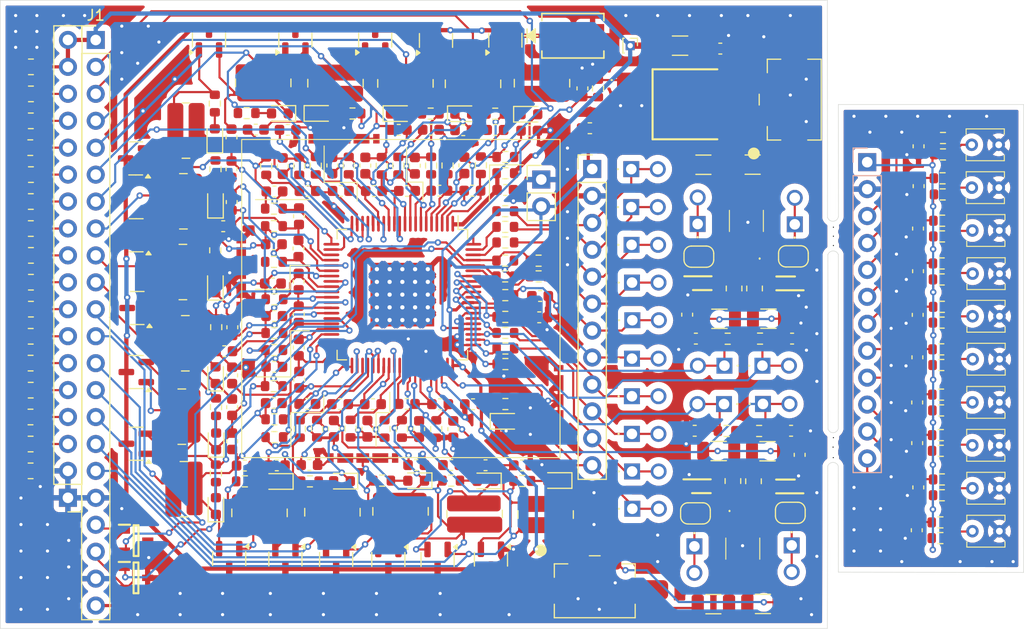
<source format=kicad_pcb>
(kicad_pcb
	(version 20240108)
	(generator "pcbnew")
	(generator_version "8.0")
	(general
		(thickness 1.6)
		(legacy_teardrops no)
	)
	(paper "A4")
	(layers
		(0 "F.Cu" signal)
		(1 "In1.Cu" signal)
		(2 "In2.Cu" signal)
		(31 "B.Cu" signal)
		(32 "B.Adhes" user "B.Adhesive")
		(33 "F.Adhes" user "F.Adhesive")
		(34 "B.Paste" user)
		(35 "F.Paste" user)
		(36 "B.SilkS" user "B.Silkscreen")
		(37 "F.SilkS" user "F.Silkscreen")
		(38 "B.Mask" user)
		(39 "F.Mask" user)
		(40 "Dwgs.User" user "User.Drawings")
		(41 "Cmts.User" user "User.Comments")
		(42 "Eco1.User" user "User.Eco1")
		(43 "Eco2.User" user "User.Eco2")
		(44 "Edge.Cuts" user)
		(45 "Margin" user)
		(46 "B.CrtYd" user "B.Courtyard")
		(47 "F.CrtYd" user "F.Courtyard")
		(48 "B.Fab" user)
		(49 "F.Fab" user)
		(50 "User.1" user)
		(51 "User.2" user)
		(52 "User.3" user)
		(53 "User.4" user)
		(54 "User.5" user)
		(55 "User.6" user)
		(56 "User.7" user)
		(57 "User.8" user)
		(58 "User.9" user)
	)
	(setup
		(stackup
			(layer "F.SilkS"
				(type "Top Silk Screen")
			)
			(layer "F.Paste"
				(type "Top Solder Paste")
			)
			(layer "F.Mask"
				(type "Top Solder Mask")
				(thickness 0.01)
			)
			(layer "F.Cu"
				(type "copper")
				(thickness 0.035)
			)
			(layer "dielectric 1"
				(type "prepreg")
				(thickness 0.1)
				(material "FR4")
				(epsilon_r 4.5)
				(loss_tangent 0.02)
			)
			(layer "In1.Cu"
				(type "copper")
				(thickness 0.035)
			)
			(layer "dielectric 2"
				(type "core")
				(thickness 1.24)
				(material "FR4")
				(epsilon_r 4.5)
				(loss_tangent 0.02)
			)
			(layer "In2.Cu"
				(type "copper")
				(thickness 0.035)
			)
			(layer "dielectric 3"
				(type "prepreg")
				(thickness 0.1)
				(material "FR4")
				(epsilon_r 4.5)
				(loss_tangent 0.02)
			)
			(layer "B.Cu"
				(type "copper")
				(thickness 0.035)
			)
			(layer "B.Mask"
				(type "Bottom Solder Mask")
				(thickness 0.01)
			)
			(layer "B.Paste"
				(type "Bottom Solder Paste")
			)
			(layer "B.SilkS"
				(type "Bottom Silk Screen")
			)
			(copper_finish "None")
			(dielectric_constraints no)
		)
		(pad_to_mask_clearance 0)
		(allow_soldermask_bridges_in_footprints no)
		(pcbplotparams
			(layerselection 0x00010fc_ffffffff)
			(plot_on_all_layers_selection 0x0000000_00000000)
			(disableapertmacros no)
			(usegerberextensions no)
			(usegerberattributes yes)
			(usegerberadvancedattributes yes)
			(creategerberjobfile yes)
			(dashed_line_dash_ratio 12.000000)
			(dashed_line_gap_ratio 3.000000)
			(svgprecision 4)
			(plotframeref no)
			(viasonmask no)
			(mode 1)
			(useauxorigin no)
			(hpglpennumber 1)
			(hpglpenspeed 20)
			(hpglpendiameter 15.000000)
			(pdf_front_fp_property_popups yes)
			(pdf_back_fp_property_popups yes)
			(dxfpolygonmode yes)
			(dxfimperialunits yes)
			(dxfusepcbnewfont yes)
			(psnegative no)
			(psa4output no)
			(plotreference yes)
			(plotvalue yes)
			(plotfptext yes)
			(plotinvisibletext no)
			(sketchpadsonfab no)
			(subtractmaskfromsilk no)
			(outputformat 1)
			(mirror no)
			(drillshape 0)
			(scaleselection 1)
			(outputdirectory "gerber/")
		)
	)
	(net 0 "")
	(net 1 "/FilterBalancingNetwork/CB")
	(net 2 "/FilterBalancingNetwork/CB:A")
	(net 3 "/FilterBalancingNetwork/CA")
	(net 4 "/Cell 15{slash}16")
	(net 5 "/S16P")
	(net 6 "/Cell 15{slash}14")
	(net 7 "/S15P")
	(net 8 "/FilterBalancingNetwork1/CB:A")
	(net 9 "/FilterBalancingNetwork1/CB")
	(net 10 "/FilterBalancingNetwork1/CA")
	(net 11 "/Cell 14{slash}13")
	(net 12 "/S14P")
	(net 13 "/Cell 13{slash}12")
	(net 14 "/S13P")
	(net 15 "/FilterBalancingNetwork2/CB:A")
	(net 16 "/FilterBalancingNetwork2/CB")
	(net 17 "/FilterBalancingNetwork2/CA")
	(net 18 "/Cell 12{slash}11")
	(net 19 "/S12P")
	(net 20 "/S11P")
	(net 21 "/Cell 11{slash}10")
	(net 22 "/FilterBalancingNetwork3/CB:A")
	(net 23 "/FilterBalancingNetwork3/CB")
	(net 24 "/FilterBalancingNetwork3/CA")
	(net 25 "/S10P")
	(net 26 "/Cell 10{slash}9")
	(net 27 "/S9P")
	(net 28 "/Cell 9{slash}8")
	(net 29 "/FilterBalancingNetwork4/CB:A")
	(net 30 "/FilterBalancingNetwork4/CB")
	(net 31 "/FilterBalancingNetwork4/CA")
	(net 32 "/S8P")
	(net 33 "/Cell 8{slash}7")
	(net 34 "/Cell 7{slash}6")
	(net 35 "/S7P")
	(net 36 "/FilterBalancingNetwork5/CB:A")
	(net 37 "/FilterBalancingNetwork5/CB")
	(net 38 "/FilterBalancingNetwork5/CA")
	(net 39 "/S6P")
	(net 40 "/Cell 6{slash}5")
	(net 41 "/Cell 5{slash}4")
	(net 42 "/S5P")
	(net 43 "/FilterBalancingNetwork6/CB")
	(net 44 "/FilterBalancingNetwork6/CB:A")
	(net 45 "/FilterBalancingNetwork6/CA")
	(net 46 "/S4P")
	(net 47 "/Cell 4{slash}3")
	(net 48 "/S3P")
	(net 49 "/FilterBalancingNetwork7/CB:A")
	(net 50 "/FilterBalancingNetwork7/CB")
	(net 51 "/FilterBalancingNetwork7/CA")
	(net 52 "/S2P")
	(net 53 "GND")
	(net 54 "/S1P")
	(net 55 "Net-(U1-V+)")
	(net 56 "Net-(U1-DRIVE)")
	(net 57 "Net-(U1-VREF1)")
	(net 58 "+5V")
	(net 59 "Net-(Q1-C)")
	(net 60 "Net-(U1-VREF2)")
	(net 61 "Net-(U1-IPB)")
	(net 62 "Net-(U1-CSB(IMA))")
	(net 63 "Net-(U1-IMB)")
	(net 64 "Net-(U1-SCK(IPA))")
	(net 65 "Net-(C11-Pad2)")
	(net 66 "Net-(C12-Pad2)")
	(net 67 "Net-(J10-Pin_2)")
	(net 68 "Net-(J10-Pin_1)")
	(net 69 "Net-(J11-Pin_2)")
	(net 70 "Clamp")
	(net 71 "Net-(J11-Pin_1)")
	(net 72 "Net-(D4-A2)")
	(net 73 "Net-(D5-A2)")
	(net 74 "Net-(D6-A2)")
	(net 75 "Net-(D7-A2)")
	(net 76 "Net-(D18-A)")
	(net 77 "Net-(D21-A)")
	(net 78 "Net-(D22-A)")
	(net 79 "Net-(D8-A)")
	(net 80 "Net-(D9-A)")
	(net 81 "Net-(D10-A)")
	(net 82 "Net-(D25-A)")
	(net 83 "Net-(D26-A)")
	(net 84 "Net-(D13-A)")
	(net 85 "Net-(D14-A)")
	(net 86 "Net-(D29-A)")
	(net 87 "Net-(D30-A)")
	(net 88 "Net-(D17-A)")
	(net 89 "Net-(Q1-E)")
	(net 90 "Net-(Q1-B)")
	(net 91 "VBUS")
	(net 92 "Net-(D33-A)")
	(net 93 "Net-(D34-A)")
	(net 94 "Net-(D37-A)")
	(net 95 "Net-(D38-A)")
	(net 96 "Net-(J5-Pin_9)")
	(net 97 "Net-(J5-Pin_8)")
	(net 98 "/TMP_SDA")
	(net 99 "Net-(J5-Pin_3)")
	(net 100 "/TMP_SCL")
	(net 101 "Net-(J5-Pin_4)")
	(net 102 "Net-(J5-Pin_10)")
	(net 103 "Net-(J5-Pin_5)")
	(net 104 "Net-(J5-Pin_7)")
	(net 105 "Net-(J5-Pin_6)")
	(net 106 "Net-(U1-GPIO1)")
	(net 107 "Net-(U1-GPIO2)")
	(net 108 "Net-(U1-GPIO3)")
	(net 109 "Net-(U1-GPIO6)")
	(net 110 "Net-(U1-GPIO7)")
	(net 111 "Net-(U1-GPIO8)")
	(net 112 "Net-(U1-GPIO9)")
	(net 113 "Net-(U1-GPIO10)")
	(net 114 "Net-(R87-Pad2)")
	(net 115 "/NTC/V_out_1")
	(net 116 "/NTC/V_out_5")
	(net 117 "/NTC/V_out_2")
	(net 118 "/NTC/V_out_6")
	(net 119 "/NTC/V_out_3")
	(net 120 "/NTC/V_out_7")
	(net 121 "/NTC/V_out_4")
	(net 122 "/NTC/V_out_8")
	(net 123 "/NTC/V_out_9")
	(net 124 "/NTC/V_out_10")
	(net 125 "Net-(JP4-B)")
	(net 126 "Net-(JP1-B)")
	(net 127 "Net-(JP3-B)")
	(net 128 "Net-(JP2-B)")
	(net 129 "Net-(JP4-A)")
	(net 130 "Net-(JP1-A)")
	(net 131 "Net-(JP2-A)")
	(net 132 "Net-(JP3-A)")
	(net 133 "Net-(R85-Pad2)")
	(net 134 "Net-(R86-Pad2)")
	(net 135 "Net-(R88-Pad2)")
	(net 136 "Net-(R93-Pad2)")
	(net 137 "Net-(R95-Pad2)")
	(net 138 "Net-(R94-Pad2)")
	(net 139 "Net-(R102-Pad2)")
	(net 140 "Net-(R100-Pad1)")
	(net 141 "Net-(R101-Pad2)")
	(net 142 "unconnected-(U1-NC-Pad66)")
	(net 143 "GND1")
	(net 144 "+5V_NTC")
	(net 145 "Net-(J5-Pin_11)")
	(net 146 "Net-(J5-Pin_12)")
	(net 147 "Net-(R105-Pad1)")
	(net 148 "/C 3{slash}2")
	(net 149 "/Cell 3{slash}2")
	(net 150 "/Cell 2{slash}1")
	(net 151 "/C 5{slash}4")
	(net 152 "/C 7{slash}6")
	(net 153 "/C 13{slash}12")
	(net 154 "/C 14{slash}13")
	(net 155 "/C 11{slash}10")
	(net 156 "/C 15{slash}14")
	(net 157 "/C 4{slash}3")
	(net 158 "/C 9{slash}8")
	(net 159 "/C 6{slash}5")
	(net 160 "/C 8{slash}7")
	(net 161 "/C 12{slash}11")
	(net 162 "/C 15{slash}16")
	(net 163 "/C 10{slash}9")
	(net 164 "/Cell 16")
	(footprint "Resistor_SMD:R_0603_1608Metric" (layer "F.Cu") (at 112.27 75.8 -90))
	(footprint "Resistor_SMD:R_0805_2012Metric" (layer "F.Cu") (at 161.2 93.24 90))
	(footprint "Resistor_SMD:R_0805_2012Metric" (layer "F.Cu") (at 94.91 110.44))
	(footprint "Capacitor_SMD:C_0603_1608Metric" (layer "F.Cu") (at 167.38 108.93 90))
	(footprint "Capacitor_SMD:C_0603_1608Metric" (layer "F.Cu") (at 178.585 79.83 -90))
	(footprint "Connector_PinHeader_2.54mm:PinHeader_1x22_P2.54mm_Vertical" (layer "F.Cu") (at 101.0475 69.805))
	(footprint "Resistor_SMD:R_0603_1608Metric" (layer "F.Cu") (at 117.88 105.58))
	(footprint "Resistor_SMD:R_1206_3216Metric" (layer "F.Cu") (at 156.11 70.34))
	(footprint "Slave:5025" (layer "F.Cu") (at 151.57 103.405))
	(footprint "Slave:Balancing" (layer "F.Cu") (at 122.8 114.34 90))
	(footprint "LED_SMD:LED_0603_1608Metric" (layer "F.Cu") (at 139.71 105.77))
	(footprint "Slave:SMBJ75A-13-F" (layer "F.Cu") (at 146.01 69.41))
	(footprint "Capacitor_SMD:C_0603_1608Metric" (layer "F.Cu") (at 178.535 91.61 -90))
	(footprint "Slave:5025" (layer "F.Cu") (at 160.29 100.52 180))
	(footprint "Capacitor_SMD:C_0603_1608Metric" (layer "F.Cu") (at 130.38 84.04 180))
	(footprint "Resistor_SMD:R_0603_1608Metric" (layer "F.Cu") (at 124.89 81.65 -90))
	(footprint "Slave:Balancing" (layer "F.Cu") (at 115.93 114.4 90))
	(footprint "Slave:5025" (layer "F.Cu") (at 151.59 110.495))
	(footprint "Slave:5025" (layer "F.Cu") (at 151.54 89.125))
	(footprint "Package_TO_SOT_SMD:SOT-23" (layer "F.Cu") (at 133.11 69.85 90))
	(footprint "Resistor_SMD:R_0805_2012Metric" (layer "F.Cu") (at 94.93 87.59))
	(footprint "Resistor_SMD:R_0603_1608Metric" (layer "F.Cu") (at 180.885 79.05 180))
	(footprint "Resistor_SMD:R_0603_1608Metric" (layer "F.Cu") (at 117.89 94.26))
	(footprint "Resistor_SMD:R_0805_2012Metric" (layer "F.Cu") (at 94.92 102.83))
	(footprint "Slave:NTCLE203E3103JB0" (layer "F.Cu") (at 183.595 79.69))
	(footprint "Resistor_SMD:R_0603_1608Metric" (layer "F.Cu") (at 160.5 106.68))
	(footprint "Package_TO_SOT_SMD:SOT-23" (layer "F.Cu") (at 138.29 118.77 -90))
	(footprint "Resistor_SMD:R_0603_1608Metric" (layer "F.Cu") (at 139.64 95.92))
	(footprint "LED_SMD:LED_0603_1608Metric" (layer "F.Cu") (at 144.435001 111.349998 180))
	(footprint "Jumper:SolderJumper-2_P1.3mm_Open_RoundedPad1.0x1.5mm" (layer "F.Cu") (at 157.56 114.45 180))
	(footprint "Resistor_SMD:R_0603_1608Metric" (layer "F.Cu") (at 112.31 89.64 -90))
	(footprint "Resistor_SMD:R_0603_1608Metric" (layer "F.Cu") (at 139.64 85.95))
	(footprint "Inductor_SMD:L_0603_1608Metric" (layer "F.Cu") (at 147.61 78.13 180))
	(footprint "LED_SMD:LED_0603_1608Metric" (layer "F.Cu") (at 112.37 113.76 90))
	(footprint "Package_TO_SOT_SMD:SOT-23" (layer "F.Cu") (at 119.86 69.82 90))
	(footprint "Capacitor_SMD:C_0603_1608Metric" (layer "F.Cu") (at 127.26 84.05 180))
	(footprint "Resistor_SMD:R_0603_1608Metric" (layer "F.Cu") (at 112.33 81.99 -90))
	(footprint "Capacitor_SMD:C_0603_1608Metric" (layer "F.Cu") (at 113.06 87.37 180))
	(footprint "Capacitor_SMD:C_1206_3216Metric"
		(layer "F.Cu")
		(uuid "2a3e99d7-2a68-4a1d-ae24-47d06b1c5f10")
		(at 159.25 123.01 180)
		(descr "Capacitor SMD 1206 (3216 Metric), square (rectangular) end terminal, IPC_7351 nominal, (Body size source: IPC-SM-782 page 76, https://www.pcb-3d.com/wordpress/wp-content/uploads/ipc-sm-782a_amendment_1_and_2.pdf), generated with kicad-footprint-generator")
		(tags "capacitor")
		(property "Reference" "C16"
			(at 4.17 0 0)
			(layer "F.SilkS")
			(hide yes)
			(uuid "4e68dc27-4470-4ca9-a6df-2d1f5b8ffbee")
			(effects
				(font
					(size 1 1)
					(thickness 0.15)
				)
			)
		)
		(property "Value" "22n"
			(at 0 1.85 180)
			(layer "F.Fab")
			(hide yes)
			(uuid "a5c37554-1339-460c-84de-933ff46b48e1")
			(effects
				(font
					(size 1 1)
					(thickness 0.15)
				)
			)
		)
		(property "Footprint" "Capacitor_SMD:C_1206_3216Metric"
			(at 0 0 180)
			(unlocked yes)
			(layer "F.Fab")
			(hide yes)
			(uuid "21e84e95-7e1b-44cc-bfd6-92247417b325")
			(effects
				(font
					(size 1.27 1.27)
				)
			)
		)
		(property "Datasheet" ""
			(at 0 0 180)
			(unlocked yes)
			(layer "F.Fab")
			(hide yes)
			(uuid "43ab8ee8-79c5-4348-bc2b-5f4d50f58d7f")
			(effects
				(font
					(size 1.27 1.27)
				)
			)
		)
		(property "Description" "Unpolarized capacitor"
			(at 0 0 180)
			(unlocked yes)
			(layer "F.Fab")
			(hide yes)
			(uuid "333b5c61-7f86-4c53-afb2-9de004ac0c9e")
			(effects
				(font
					(size 1.27 1.27)
				)
			)
		)
		(property ki_fp_filters "C_*")
		(path "/403dc6bc-5d00-4d33-a485-302a23f5db50")
		(sheetname "Stammblatt")
		(sheetfile "FT25_AMS_Slave.kicad_sch")
		(attr smd)
		(fp_line
			(start -0.711252 0.91)
			(end 0.711252 0.91)
			(stroke
				(width 0.12)
				(type solid)
			)
			(layer "F.SilkS")
			(uuid "b7ef29d
... [2992254 chars truncated]
</source>
